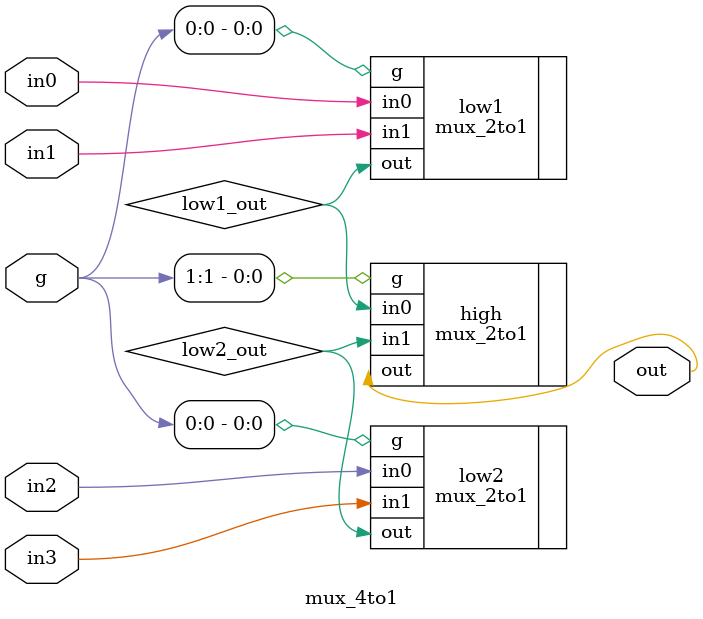
<source format=sv>
`timescale 1ns / 1ps

module mux_4to1(
    input logic in0, in1, in2, in3,
    input logic [1:0] g,
    output logic out
    );
    
    logic low1_out, low2_out;
    
    mux_2to1 low1(
    .in0(in0),
    .in1(in1),
    .g(g[0]),
    .out(low1_out)
    );
    
    mux_2to1 low2(
    .in0(in2),
    .in1(in3),
    .g(g[0]),
    .out(low2_out)
    );
    
    mux_2to1 high(
    .in0(low1_out),
    .in1(low2_out),
    .g(g[1]),
    .out(out)
    ); 
    
endmodule
</source>
